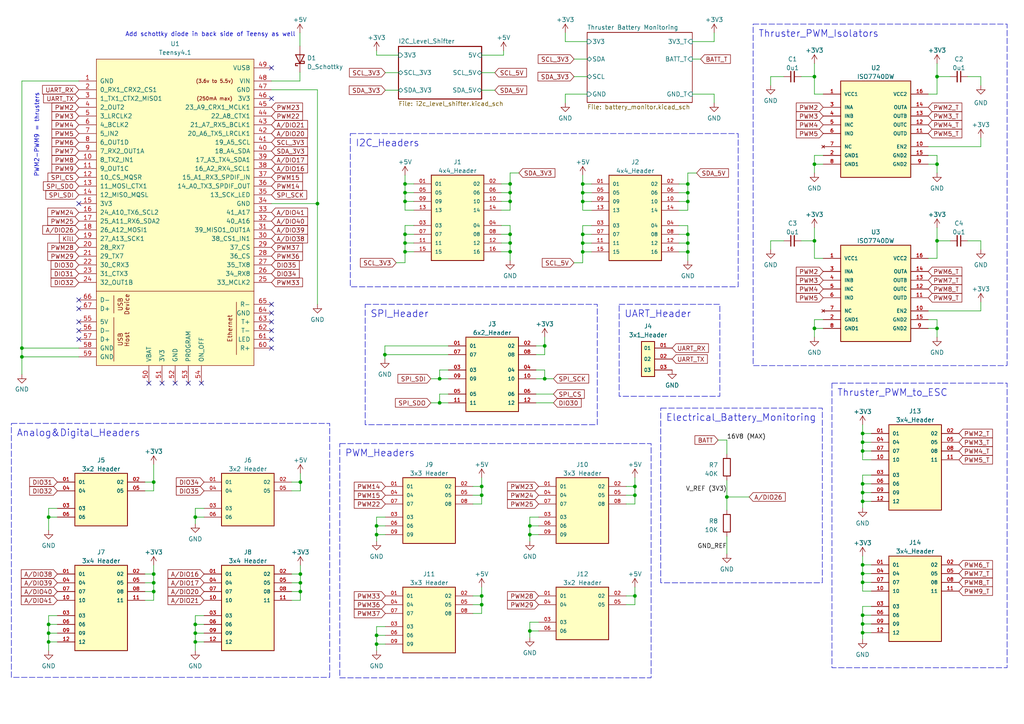
<source format=kicad_sch>
(kicad_sch (version 20230121) (generator eeschema)
  (paper "A4")
  (title_block (title "MuddSub Signal Board") (date "2023-02-25") (rev "1"))
  (junction (at 87.122 166.497))
  (junction (at 147.955 70.485))
  (junction (at 44.577 139.827))
  (junction (at 271.78 47.625))
  (junction (at 14.097 181.102))
  (junction (at 139.7 172.847))
  (junction (at 236.22 95.25))
  (junction (at 236.22 47.625))
  (junction (at 169.0116 70.5104))
  (junction (at 250.19 145.415))
  (junction (at 250.19 130.81))
  (junction (at 147.955 58.42))
  (junction (at 147.955 55.88))
  (junction (at 139.7 141.097))
  (junction (at 153.67 155.067))
  (junction (at 199.4916 55.9054))
  (junction (at 157.988 100.33))
  (junction (at 127.508 116.84))
  (junction (at 199.4916 67.9704))
  (junction (at 169.0116 53.3654))
  (junction (at 250.19 180.975))
  (junction (at 44.577 166.497))
  (junction (at 147.955 67.945))
  (junction (at 44.577 171.577))
  (junction (at 236.22 22.225))
  (junction (at 250.19 128.27))
  (junction (at 87.122 169.037))
  (junction (at 109.22 155.067))
  (junction (at 14.097 183.642))
  (junction (at 109.22 152.527))
  (junction (at 56.642 181.102))
  (junction (at 117.475 53.34))
  (junction (at 14.097 149.987))
  (junction (at 169.0116 67.9704))
  (junction (at 250.19 163.83))
  (junction (at 111.633 102.87))
  (junction (at 56.642 186.182))
  (junction (at 117.475 73.025))
  (junction (at 153.67 183.007))
  (junction (at 153.67 152.527))
  (junction (at 250.19 178.435))
  (junction (at 6.35 100.965))
  (junction (at 210.82 144.145))
  (junction (at 199.4916 70.5104))
  (junction (at 14.097 186.182))
  (junction (at 250.19 168.91))
  (junction (at 117.475 58.42))
  (junction (at 199.4916 53.3654))
  (junction (at 169.0116 58.4454))
  (junction (at 56.642 183.642))
  (junction (at 271.78 95.25))
  (junction (at 117.475 70.485))
  (junction (at 236.22 69.85))
  (junction (at 271.78 69.85))
  (junction (at 169.0116 73.0504))
  (junction (at 250.19 183.515))
  (junction (at 56.642 149.987))
  (junction (at 147.955 53.34))
  (junction (at 44.577 169.037))
  (junction (at 147.955 73.025))
  (junction (at 250.19 166.37))
  (junction (at 157.988 109.855))
  (junction (at 6.35 103.505))
  (junction (at 139.7 143.637))
  (junction (at 169.0116 55.9054))
  (junction (at 87.122 139.827))
  (junction (at 109.22 184.277))
  (junction (at 184.15 141.097))
  (junction (at 250.19 140.335))
  (junction (at 271.78 22.225))
  (junction (at 250.19 142.875))
  (junction (at 109.22 186.817))
  (junction (at 199.4916 73.0504))
  (junction (at 184.15 143.637))
  (junction (at 250.19 125.73))
  (junction (at 139.7 175.387))
  (junction (at 117.475 55.88))
  (junction (at 92.075 59.055))
  (junction (at 184.15 172.847))
  (junction (at 199.4916 58.4454))
  (junction (at 117.475 67.945))
  (junction (at 87.122 171.577))
  (junction (at 127.508 109.855))
  (no_connect (at 22.86 98.425))
  (no_connect (at 78.74 93.345))
  (no_connect (at 22.86 93.345))
  (no_connect (at 22.86 95.885))
  (no_connect (at 22.86 86.995))
  (no_connect (at 78.74 98.425))
  (no_connect (at 78.74 90.805))
  (no_connect (at 58.42 111.125))
  (no_connect (at 78.74 19.685))
  (no_connect (at 46.99 111.125))
  (no_connect (at 22.86 89.535))
  (no_connect (at 78.74 28.575))
  (no_connect (at 54.61 111.125))
  (no_connect (at 43.18 111.125))
  (no_connect (at 22.86 59.055))
  (no_connect (at 78.74 100.965))
  (no_connect (at 78.74 95.885))
  (no_connect (at 50.8 111.125))
  (no_connect (at 78.74 88.265))
  (wire (pts (xy 271.78 74.93) (xy 269.24 74.93)))
  (wire (pts (xy 163.957 29.845) (xy 163.957 27.305)))
  (wire (pts (xy 153.67 184.912) (xy 153.67 183.007)))
  (wire (pts (xy 59.182 186.182) (xy 56.642 186.182)))
  (wire (pts (xy 155.448 107.315) (xy 157.988 107.315)))
  (wire (pts (xy 250.19 166.37) (xy 250.19 168.91)))
  (wire (pts (xy 250.19 133.35) (xy 252.73 133.35)))
  (wire (pts (xy 147.955 55.88) (xy 147.955 53.34)))
  (wire (pts (xy 16.637 183.642) (xy 14.097 183.642)))
  (wire (pts (xy 127.508 109.855) (xy 130.048 109.855)))
  (wire (pts (xy 109.22 16.002) (xy 115.57 16.002)))
  (wire (pts (xy 111.633 104.14) (xy 111.633 102.87)))
  (wire (pts (xy 250.19 175.895) (xy 252.73 175.895)))
  (wire (pts (xy 147.955 73.025) (xy 145.415 73.025)))
  (wire (pts (xy 117.475 55.88) (xy 120.015 55.88)))
  (wire (pts (xy 169.0116 55.9054) (xy 169.0116 58.4454)))
  (wire (pts (xy 232.41 22.225) (xy 236.22 22.225)))
  (wire (pts (xy 280.67 69.85) (xy 284.48 69.85)))
  (wire (pts (xy 169.0116 58.4454) (xy 171.5516 58.4454)))
  (wire (pts (xy 223.52 69.85) (xy 223.52 72.39)))
  (wire (pts (xy 184.15 143.637) (xy 181.61 143.637)))
  (wire (pts (xy 284.48 42.545) (xy 269.24 42.545)))
  (wire (pts (xy 117.475 55.88) (xy 117.475 58.42)))
  (wire (pts (xy 169.0116 73.0504) (xy 171.5516 73.0504)))
  (wire (pts (xy 87.122 166.497) (xy 87.122 169.037)))
  (wire (pts (xy 250.19 130.81) (xy 250.19 133.35)))
  (wire (pts (xy 111.76 155.067) (xy 109.22 155.067)))
  (wire (pts (xy 6.35 23.495) (xy 22.86 23.495)))
  (wire (pts (xy 42.037 142.367) (xy 44.577 142.367)))
  (wire (pts (xy 6.35 103.505) (xy 6.35 100.965)))
  (wire (pts (xy 153.67 156.972) (xy 153.67 155.067)))
  (wire (pts (xy 275.59 69.85) (xy 271.78 69.85)))
  (wire (pts (xy 157.988 109.855) (xy 155.448 109.855)))
  (wire (pts (xy 78.74 59.055) (xy 92.075 59.055)))
  (wire (pts (xy 59.182 181.102) (xy 56.642 181.102)))
  (wire (pts (xy 109.22 14.732) (xy 109.22 16.002)))
  (wire (pts (xy 163.957 9.525) (xy 163.957 12.065)))
  (wire (pts (xy 199.4916 65.4304) (xy 199.4916 67.9704)))
  (wire (pts (xy 199.4916 70.5104) (xy 199.4916 73.0504)))
  (wire (pts (xy 238.76 47.625) (xy 236.22 47.625)))
  (wire (pts (xy 210.82 127.635) (xy 210.82 131.699)))
  (wire (pts (xy 169.0116 50.8254) (xy 169.0116 53.3654)))
  (wire (pts (xy 169.0116 53.3654) (xy 169.0116 55.9054)))
  (wire (pts (xy 16.637 181.102) (xy 14.097 181.102)))
  (wire (pts (xy 87.122 139.827) (xy 87.122 142.367)))
  (wire (pts (xy 6.35 100.965) (xy 22.86 100.965)))
  (wire (pts (xy 284.48 40.005) (xy 284.48 42.545)))
  (wire (pts (xy 169.0116 55.9054) (xy 171.5516 55.9054)))
  (wire (pts (xy 252.73 178.435) (xy 250.19 178.435)))
  (wire (pts (xy 139.7 141.097) (xy 139.7 143.637)))
  (wire (pts (xy 127.508 107.315) (xy 130.048 107.315)))
  (wire (pts (xy 207.137 9.525) (xy 207.137 12.065)))
  (wire (pts (xy 147.955 53.34) (xy 145.415 53.34)))
  (wire (pts (xy 16.637 147.447) (xy 14.097 147.447)))
  (wire (pts (xy 199.4916 67.9704) (xy 199.4916 70.5104)))
  (wire (pts (xy 111.76 149.987) (xy 109.22 149.987)))
  (wire (pts (xy 127.508 107.315) (xy 127.508 109.855)))
  (wire (pts (xy 78.74 23.495) (xy 86.995 23.495)))
  (wire (pts (xy 210.82 139.319) (xy 210.82 144.145)))
  (wire (pts (xy 169.0116 70.5104) (xy 171.5516 70.5104)))
  (wire (pts (xy 87.122 163.957) (xy 87.122 166.497)))
  (wire (pts (xy 250.19 147.32) (xy 250.19 145.415)))
  (wire (pts (xy 169.0116 70.5104) (xy 169.0116 73.0504)))
  (wire (pts (xy 44.577 171.577) (xy 44.577 174.117)))
  (wire (pts (xy 271.78 69.85) (xy 271.78 74.93)))
  (wire (pts (xy 250.19 137.795) (xy 252.73 137.795)))
  (wire (pts (xy 117.475 53.34) (xy 117.475 55.88)))
  (wire (pts (xy 250.19 166.37) (xy 252.73 166.37)))
  (wire (pts (xy 156.21 155.067) (xy 153.67 155.067)))
  (wire (pts (xy 109.22 155.067) (xy 109.22 152.527)))
  (wire (pts (xy 87.122 166.497) (xy 84.582 166.497)))
  (wire (pts (xy 184.15 175.387) (xy 181.61 175.387)))
  (wire (pts (xy 169.0116 60.9854) (xy 171.5516 60.9854)))
  (wire (pts (xy 117.475 76.2) (xy 117.475 73.025)))
  (wire (pts (xy 130.048 102.87) (xy 111.633 102.87)))
  (wire (pts (xy 271.78 92.71) (xy 271.78 95.25)))
  (wire (pts (xy 250.19 145.415) (xy 250.19 142.875)))
  (wire (pts (xy 250.19 128.27) (xy 252.73 128.27)))
  (wire (pts (xy 56.642 188.722) (xy 56.642 186.182)))
  (wire (pts (xy 236.22 18.415) (xy 236.22 22.225)))
  (wire (pts (xy 238.76 95.25) (xy 236.22 95.25)))
  (wire (pts (xy 92.075 26.035) (xy 92.075 59.055)))
  (wire (pts (xy 42.037 139.827) (xy 44.577 139.827)))
  (wire (pts (xy 87.122 169.037) (xy 87.122 171.577)))
  (wire (pts (xy 170.307 27.305) (xy 163.957 27.305)))
  (wire (pts (xy 236.22 45.085) (xy 236.22 47.625)))
  (wire (pts (xy 199.4916 50.1904) (xy 199.4916 53.3654)))
  (wire (pts (xy 147.955 60.96) (xy 147.955 58.42)))
  (wire (pts (xy 127.508 114.3) (xy 130.048 114.3)))
  (wire (pts (xy 139.7 175.387) (xy 139.7 177.927)))
  (wire (pts (xy 166.497 17.145) (xy 170.307 17.145)))
  (wire (pts (xy 147.955 65.405) (xy 147.955 67.945)))
  (wire (pts (xy 150.495 50.165) (xy 147.955 50.165)))
  (wire (pts (xy 155.448 114.3) (xy 160.528 114.3)))
  (wire (pts (xy 250.19 128.27) (xy 250.19 130.81)))
  (wire (pts (xy 111.76 184.277) (xy 109.22 184.277)))
  (wire (pts (xy 250.19 130.81) (xy 252.73 130.81)))
  (wire (pts (xy 227.33 22.225) (xy 223.52 22.225)))
  (wire (pts (xy 236.22 95.25) (xy 236.22 97.79)))
  (wire (pts (xy 87.122 174.117) (xy 84.582 174.117)))
  (wire (pts (xy 199.4916 65.4304) (xy 196.9516 65.4304)))
  (wire (pts (xy 59.182 147.447) (xy 56.642 147.447)))
  (wire (pts (xy 252.73 183.515) (xy 250.19 183.515)))
  (wire (pts (xy 156.21 152.527) (xy 153.67 152.527)))
  (wire (pts (xy 139.7 172.847) (xy 137.16 172.847)))
  (wire (pts (xy 14.097 178.562) (xy 14.097 181.102)))
  (wire (pts (xy 236.22 69.85) (xy 236.22 74.93)))
  (wire (pts (xy 210.82 144.145) (xy 210.82 147.955)))
  (wire (pts (xy 109.22 188.722) (xy 109.22 186.817)))
  (wire (pts (xy 199.4916 55.9054) (xy 196.9516 55.9054)))
  (wire (pts (xy 236.22 66.04) (xy 236.22 69.85)))
  (wire (pts (xy 284.48 87.63) (xy 284.48 90.17)))
  (wire (pts (xy 139.7 172.847) (xy 139.7 175.387)))
  (wire (pts (xy 117.475 73.025) (xy 120.015 73.025)))
  (wire (pts (xy 147.955 67.945) (xy 147.955 70.485)))
  (wire (pts (xy 111.76 21.082) (xy 115.57 21.082)))
  (wire (pts (xy 169.0116 53.3654) (xy 171.5516 53.3654)))
  (wire (pts (xy 269.24 47.625) (xy 271.78 47.625)))
  (wire (pts (xy 86.995 9.525) (xy 86.995 13.335)))
  (wire (pts (xy 44.577 142.367) (xy 44.577 139.827)))
  (wire (pts (xy 271.78 18.415) (xy 271.78 22.225)))
  (wire (pts (xy 109.22 156.972) (xy 109.22 155.067)))
  (wire (pts (xy 208.28 127.635) (xy 210.82 127.635)))
  (wire (pts (xy 139.7 143.637) (xy 137.16 143.637)))
  (wire (pts (xy 111.76 152.527) (xy 109.22 152.527)))
  (wire (pts (xy 199.4916 58.4454) (xy 196.9516 58.4454)))
  (wire (pts (xy 14.097 186.182) (xy 14.097 183.642)))
  (wire (pts (xy 143.51 26.162) (xy 139.7 26.162)))
  (wire (pts (xy 92.075 59.055) (xy 92.075 88.265)))
  (wire (pts (xy 44.577 174.117) (xy 42.037 174.117)))
  (wire (pts (xy 166.497 22.225) (xy 170.307 22.225)))
  (wire (pts (xy 169.0116 76.2254) (xy 169.0116 73.0504)))
  (wire (pts (xy 199.4916 70.5104) (xy 196.9516 70.5104)))
  (wire (pts (xy 14.097 188.722) (xy 14.097 186.182)))
  (wire (pts (xy 202.0316 50.1904) (xy 199.4916 50.1904)))
  (wire (pts (xy 157.988 102.87) (xy 155.448 102.87)))
  (wire (pts (xy 271.78 45.085) (xy 271.78 47.625)))
  (wire (pts (xy 111.633 102.87) (xy 111.633 100.33)))
  (wire (pts (xy 250.19 171.45) (xy 252.73 171.45)))
  (wire (pts (xy 124.968 109.855) (xy 127.508 109.855)))
  (wire (pts (xy 111.76 181.737) (xy 109.22 181.737)))
  (wire (pts (xy 14.097 183.642) (xy 14.097 181.102)))
  (wire (pts (xy 153.67 152.527) (xy 153.67 149.987)))
  (wire (pts (xy 199.4916 53.3654) (xy 196.9516 53.3654)))
  (wire (pts (xy 199.4916 60.9854) (xy 196.9516 60.9854)))
  (wire (pts (xy 87.122 171.577) (xy 87.122 174.117)))
  (wire (pts (xy 147.955 67.945) (xy 145.415 67.945)))
  (wire (pts (xy 269.24 92.71) (xy 271.78 92.71)))
  (wire (pts (xy 117.475 53.34) (xy 120.015 53.34)))
  (wire (pts (xy 147.955 65.405) (xy 145.415 65.405)))
  (wire (pts (xy 56.642 186.182) (xy 56.642 183.642)))
  (wire (pts (xy 184.15 146.177) (xy 181.61 146.177)))
  (wire (pts (xy 184.15 141.097) (xy 184.15 143.637)))
  (wire (pts (xy 44.577 169.037) (xy 44.577 171.577)))
  (wire (pts (xy 117.475 70.485) (xy 120.015 70.485)))
  (wire (pts (xy 236.22 74.93) (xy 238.76 74.93)))
  (wire (pts (xy 156.21 149.987) (xy 153.67 149.987)))
  (wire (pts (xy 56.642 151.892) (xy 56.642 149.987)))
  (wire (pts (xy 6.35 103.505) (xy 22.86 103.505)))
  (wire (pts (xy 114.935 76.2) (xy 117.475 76.2)))
  (wire (pts (xy 227.33 69.85) (xy 223.52 69.85)))
  (wire (pts (xy 184.15 172.847) (xy 181.61 172.847)))
  (wire (pts (xy 199.4916 58.4454) (xy 199.4916 55.9054)))
  (wire (pts (xy 250.19 168.91) (xy 250.19 171.45)))
  (wire (pts (xy 250.19 163.83) (xy 252.73 163.83)))
  (wire (pts (xy 44.577 171.577) (xy 42.037 171.577)))
  (wire (pts (xy 232.41 69.85) (xy 236.22 69.85)))
  (wire (pts (xy 147.955 50.165) (xy 147.955 53.34)))
  (wire (pts (xy 271.78 22.225) (xy 271.78 27.305)))
  (wire (pts (xy 199.4916 73.0504) (xy 196.9516 73.0504)))
  (wire (pts (xy 117.475 70.485) (xy 117.475 73.025)))
  (wire (pts (xy 236.22 27.305) (xy 238.76 27.305)))
  (wire (pts (xy 238.76 92.71) (xy 236.22 92.71)))
  (wire (pts (xy 200.787 17.145) (xy 203.2 17.145)))
  (wire (pts (xy 86.995 23.495) (xy 86.995 20.955)))
  (wire (pts (xy 117.475 65.405) (xy 120.015 65.405)))
  (wire (pts (xy 252.73 145.415) (xy 250.19 145.415)))
  (wire (pts (xy 87.122 171.577) (xy 84.582 171.577)))
  (wire (pts (xy 284.48 90.17) (xy 269.24 90.17)))
  (wire (pts (xy 199.4916 67.9704) (xy 196.9516 67.9704)))
  (wire (pts (xy 157.988 97.79) (xy 157.988 100.33)))
  (wire (pts (xy 78.74 26.035) (xy 92.075 26.035)))
  (wire (pts (xy 250.19 175.895) (xy 250.19 178.435)))
  (wire (pts (xy 236.22 92.71) (xy 236.22 95.25)))
  (wire (pts (xy 56.642 178.562) (xy 59.182 178.562)))
  (wire (pts (xy 117.475 58.42) (xy 117.475 60.96)))
  (wire (pts (xy 156.21 183.007) (xy 153.67 183.007)))
  (wire (pts (xy 117.475 60.96) (xy 120.015 60.96)))
  (wire (pts (xy 269.24 45.085) (xy 271.78 45.085)))
  (wire (pts (xy 250.19 183.515) (xy 250.19 180.975)))
  (wire (pts (xy 250.19 137.795) (xy 250.19 140.335)))
  (wire (pts (xy 147.955 70.485) (xy 147.955 73.025)))
  (wire (pts (xy 284.48 69.85) (xy 284.48 72.39)))
  (wire (pts (xy 117.475 67.945) (xy 117.475 70.485)))
  (wire (pts (xy 139.7 146.177) (xy 137.16 146.177)))
  (wire (pts (xy 44.577 166.497) (xy 42.037 166.497)))
  (wire (pts (xy 184.15 141.097) (xy 181.61 141.097)))
  (wire (pts (xy 44.577 166.497) (xy 44.577 169.037)))
  (wire (pts (xy 111.76 26.162) (xy 115.57 26.162)))
  (wire (pts (xy 275.59 22.225) (xy 271.78 22.225)))
  (wire (pts (xy 127.508 114.3) (xy 127.508 116.84)))
  (wire (pts (xy 157.988 109.855) (xy 160.528 109.855)))
  (wire (pts (xy 199.4916 60.9854) (xy 199.4916 58.4454)))
  (wire (pts (xy 163.957 12.065) (xy 170.307 12.065)))
  (wire (pts (xy 117.475 65.405) (xy 117.475 67.945)))
  (wire (pts (xy 236.22 47.625) (xy 236.22 50.165)))
  (wire (pts (xy 169.0116 67.9704) (xy 171.5516 67.9704)))
  (wire (pts (xy 250.19 168.91) (xy 252.73 168.91)))
  (wire (pts (xy 250.19 142.875) (xy 250.19 140.335)))
  (wire (pts (xy 157.988 107.315) (xy 157.988 109.855)))
  (wire (pts (xy 250.19 185.42) (xy 250.19 183.515)))
  (wire (pts (xy 147.955 60.96) (xy 145.415 60.96)))
  (wire (pts (xy 184.15 138.557) (xy 184.15 141.097)))
  (wire (pts (xy 250.19 123.19) (xy 250.19 125.73)))
  (wire (pts (xy 169.0116 65.4304) (xy 169.0116 67.9704)))
  (wire (pts (xy 207.137 12.065) (xy 200.787 12.065)))
  (wire (pts (xy 184.15 143.637) (xy 184.15 146.177)))
  (wire (pts (xy 44.577 163.957) (xy 44.577 166.497)))
  (wire (pts (xy 143.51 21.082) (xy 139.7 21.082)))
  (wire (pts (xy 250.19 125.73) (xy 252.73 125.73)))
  (wire (pts (xy 157.988 100.33) (xy 157.988 102.87)))
  (wire (pts (xy 56.642 149.987) (xy 56.642 147.447)))
  (wire (pts (xy 109.22 186.817) (xy 109.22 184.277)))
  (wire (pts (xy 139.7 141.097) (xy 137.16 141.097)))
  (wire (pts (xy 59.182 183.642) (xy 56.642 183.642)))
  (wire (pts (xy 147.955 58.42) (xy 147.955 55.88)))
  (wire (pts (xy 169.0116 67.9704) (xy 169.0116 70.5104)))
  (wire (pts (xy 117.475 67.945) (xy 120.015 67.945)))
  (wire (pts (xy 147.955 58.42) (xy 145.415 58.42)))
  (wire (pts (xy 210.82 155.575) (xy 210.82 160.655)))
  (wire (pts (xy 109.22 184.277) (xy 109.22 181.737)))
  (wire (pts (xy 16.637 186.182) (xy 14.097 186.182)))
  (wire (pts (xy 271.78 27.305) (xy 269.24 27.305)))
  (wire (pts (xy 184.15 170.307) (xy 184.15 172.847)))
  (wire (pts (xy 147.955 55.88) (xy 145.415 55.88)))
  (wire (pts (xy 269.24 95.25) (xy 271.78 95.25)))
  (wire (pts (xy 199.4916 75.5904) (xy 199.4916 73.0504)))
  (wire (pts (xy 127.508 116.84) (xy 130.048 116.84)))
  (wire (pts (xy 199.4916 55.9054) (xy 199.4916 53.3654)))
  (wire (pts (xy 250.19 180.975) (xy 250.19 178.435)))
  (wire (pts (xy 271.78 95.25) (xy 271.78 97.79)))
  (wire (pts (xy 87.122 169.037) (xy 84.582 169.037)))
  (wire (pts (xy 87.122 137.287) (xy 87.122 139.827)))
  (wire (pts (xy 200.787 27.305) (xy 207.137 27.305)))
  (wire (pts (xy 271.78 47.625) (xy 271.78 50.165)))
  (wire (pts (xy 250.19 161.29) (xy 250.19 163.83)))
  (wire (pts (xy 56.642 183.642) (xy 56.642 181.102)))
  (wire (pts (xy 139.7 138.557) (xy 139.7 141.097)))
  (wire (pts (xy 184.15 172.847) (xy 184.15 175.387)))
  (wire (pts (xy 238.76 45.085) (xy 236.22 45.085)))
  (wire (pts (xy 139.7 143.637) (xy 139.7 146.177)))
  (wire (pts (xy 157.988 100.33) (xy 155.448 100.33)))
  (wire (pts (xy 56.642 178.562) (xy 56.642 181.102)))
  (wire (pts (xy 14.097 149.987) (xy 14.097 153.797)))
  (wire (pts (xy 284.48 22.225) (xy 284.48 24.765)))
  (wire (pts (xy 14.097 149.987) (xy 16.637 149.987)))
  (wire (pts (xy 280.67 22.225) (xy 284.48 22.225)))
  (wire (pts (xy 6.35 100.965) (xy 6.35 23.495)))
  (wire (pts (xy 109.22 152.527) (xy 109.22 149.987)))
  (wire (pts (xy 250.19 125.73) (xy 250.19 128.27)))
  (wire (pts (xy 130.048 100.33) (xy 111.633 100.33)))
  (wire (pts (xy 139.7 16.002) (xy 146.05 16.002)))
  (wire (pts (xy 169.0116 65.4304) (xy 171.5516 65.4304)))
  (wire (pts (xy 124.968 116.84) (xy 127.508 116.84)))
  (wire (pts (xy 139.7 175.387) (xy 137.16 175.387)))
  (wire (pts (xy 14.097 147.447) (xy 14.097 149.987)))
  (wire (pts (xy 117.475 58.42) (xy 120.015 58.42)))
  (wire (pts (xy 166.4716 76.2254) (xy 169.0116 76.2254)))
  (wire (pts (xy 139.7 177.927) (xy 137.16 177.927)))
  (wire (pts (xy 87.122 139.827) (xy 84.582 139.827)))
  (wire (pts (xy 146.05 16.002) (xy 146.05 14.732)))
  (wire (pts (xy 271.78 66.04) (xy 271.78 69.85)))
  (wire (pts (xy 210.82 144.145) (xy 217.297 144.145)))
  (wire (pts (xy 156.21 180.467) (xy 153.67 180.467)))
  (wire (pts (xy 59.182 149.987) (xy 56.642 149.987)))
  (wire (pts (xy 250.19 163.83) (xy 250.19 166.37)))
  (wire (pts (xy 153.67 183.007) (xy 153.67 180.467)))
  (wire (pts (xy 87.122 142.367) (xy 84.582 142.367)))
  (wire (pts (xy 6.35 108.585) (xy 6.35 103.505)))
  (wire (pts (xy 207.137 29.845) (xy 207.137 27.305)))
  (wire (pts (xy 147.955 75.565) (xy 147.955 73.025)))
  (wire (pts (xy 111.76 186.817) (xy 109.22 186.817)))
  (wire (pts (xy 223.52 22.225) (xy 223.52 24.765)))
  (wire (pts (xy 236.22 22.225) (xy 236.22 27.305)))
  (wire (pts (xy 44.577 139.827) (xy 44.577 134.747)))
  (wire (pts (xy 155.448 116.84) (xy 160.528 116.84)))
  (wire (pts (xy 169.0116 58.4454) (xy 169.0116 60.9854)))
  (wire (pts (xy 147.955 70.485) (xy 145.415 70.485)))
  (wire (pts (xy 117.475 50.8) (xy 117.475 53.34)))
  (wire (pts (xy 14.097 178.562) (xy 16.637 178.562)))
  (wire (pts (xy 153.67 155.067) (xy 153.67 152.527)))
  (wire (pts (xy 252.73 180.975) (xy 250.19 180.975)))
  (wire (pts (xy 44.577 169.037) (xy 42.037 169.037)))
  (wire (pts (xy 139.7 170.307) (xy 139.7 172.847)))
  (wire (pts (xy 252.73 142.875) (xy 250.19 142.875)))
  (wire (pts (xy 252.73 140.335) (xy 250.19 140.335)))
  (text_box "UART_Header" (at 179.578 88.265 0) (size 29.21 26.67) (stroke (width 0) (type dash)) (effects (font (size 2 2)) (justify left top)))
  (text_box "Thruster_PWM_to_ESC" (at 241.3 111.125 0) (size 50.8 82.55) (stroke (width 0) (type dash)) (effects (font (size 2 2)) (justify left top)))
  (text_box "PWM_Headers" (at 98.552 128.651 0) (size 90.297 67.945) (stroke (width 0) (type dash)) (effects (font (size 2 2)) (justify left top)))
  (text_box "Thruster_PWM_Isolators" (at 218.44 6.985 0) (size 73.66 99.06) (stroke (width 0) (type dash)) (effects (font (size 2 2)) (justify left top)))
  (text_box "Electrical_Battery_Monitoring\n" (at 191.643 118.364 0) (size 46.863 50.673) (stroke (width 0) (type dash)) (effects (font (size 2 2)) (justify left top)))
  (text_box "Analog&Digital_Headers" (at 3.302 122.809 0) (size 92.329 73.66) (stroke (width 0) (type dash)) (effects (font (size 2 2)) (justify left top)))
  (text_box "SPI_Header" (at 105.918 88.265 0) (size 67.31 34.925) (stroke (width 0) (type dash)) (effects (font (size 2 2)) (justify left top)))
  (text_box "I2C_Headers" (at 101.6 38.735 0) (size 112.4966 44.45) (stroke (width 0) (type dash)) (effects (font (size 2 2)) (justify left top)))
  (text "Add schottky diode in back side of Teensy as well" (at 85.725 10.795 0) (effects (font (size 1.27 1.27)) (justify right bottom)))
  (text "PWM2-PWM9 = thrusters\n" (at 11.43 51.435 90) (effects (font (size 1.27 1.27)) (justify left bottom)))
  (label "GND_REF" (at 210.82 159.385 180))
  (label "V_REF (3V3)" (at 210.82 142.748 180))
  (label "16V8 (MAX)" (at 210.82 127.635 0))
  (global_label "A{slash}DIO26" (shape input) (at 217.297 144.145 0) (property "Intersheetrefs" "${INTERSHEET_REFS}" (effects hide)))
  (global_label "PWM7_T" (shape input) (at 269.24 81.28 0) (property "Intersheetrefs" "${INTERSHEET_REFS}" (effects hide)))
  (global_label "PWM2" (shape input) (at 22.86 31.115 180) (property "Intersheetrefs" "${INTERSHEET_REFS}" (effects hide)))
  (global_label "PWM22" (shape input) (at 111.76 146.177 180) (property "Intersheetrefs" "${INTERSHEET_REFS}" (effects hide)))
  (global_label "A{slash}DIO39" (shape input) (at 78.74 66.675 0) (property "Intersheetrefs" "${INTERSHEET_REFS}" (effects hide)))
  (global_label "DIO31" (shape input) (at 22.86 79.375 180) (property "Intersheetrefs" "${INTERSHEET_REFS}" (effects hide)))
  (global_label "PWM7" (shape input) (at 22.86 43.815 180) (property "Intersheetrefs" "${INTERSHEET_REFS}" (effects hide)))
  (global_label "SCL_5V" (shape input) (at 166.4716 76.2254 180) (property "Intersheetrefs" "${INTERSHEET_REFS}" (effects hide)))
  (global_label "SPI_SDI" (shape input) (at 124.968 109.855 180) (property "Intersheetrefs" "${INTERSHEET_REFS}" (effects hide)))
  (global_label "A{slash}DIO21" (shape input) (at 78.74 36.195 0) (property "Intersheetrefs" "${INTERSHEET_REFS}" (effects hide)))
  (global_label "SPI_SDI" (shape input) (at 22.86 56.515 180) (property "Intersheetrefs" "${INTERSHEET_REFS}" (effects hide)))
  (global_label "Kill" (shape input) (at 22.86 69.215 180) (property "Intersheetrefs" "${INTERSHEET_REFS}" (effects hide)))
  (global_label "A{slash}DIO20" (shape input) (at 78.74 38.735 0) (property "Intersheetrefs" "${INTERSHEET_REFS}" (effects hide)))
  (global_label "A{slash}DIO17" (shape input) (at 59.182 169.037 180) (property "Intersheetrefs" "${INTERSHEET_REFS}" (effects hide)))
  (global_label "PWM33" (shape input) (at 111.76 172.847 180) (property "Intersheetrefs" "${INTERSHEET_REFS}" (effects hide)))
  (global_label "PWM5" (shape input) (at 238.76 86.36 180) (property "Intersheetrefs" "${INTERSHEET_REFS}" (effects hide)))
  (global_label "SDA_3V3" (shape input) (at 111.76 26.162 180) (property "Intersheetrefs" "${INTERSHEET_REFS}" (effects hide)))
  (global_label "A{slash}DIO41" (shape input) (at 16.637 174.117 180) (property "Intersheetrefs" "${INTERSHEET_REFS}" (effects hide)))
  (global_label "PWM29" (shape input) (at 156.21 175.387 180) (property "Intersheetrefs" "${INTERSHEET_REFS}" (effects hide)))
  (global_label "UART_RX" (shape input) (at 22.86 26.035 180) (property "Intersheetrefs" "${INTERSHEET_REFS}" (effects hide)))
  (global_label "PWM14" (shape input) (at 111.76 141.097 180) (property "Intersheetrefs" "${INTERSHEET_REFS}" (effects hide)))
  (global_label "SDA_3V3" (shape input) (at 150.495 50.165 0) (property "Intersheetrefs" "${INTERSHEET_REFS}" (effects hide)))
  (global_label "SCL_3V3" (shape input) (at 114.935 76.2 180) (property "Intersheetrefs" "${INTERSHEET_REFS}" (effects hide)))
  (global_label "PWM4_T" (shape input) (at 278.13 130.81 0) (property "Intersheetrefs" "${INTERSHEET_REFS}" (effects hide)))
  (global_label "PWM23" (shape input) (at 156.21 141.097 180) (property "Intersheetrefs" "${INTERSHEET_REFS}" (effects hide)))
  (global_label "PWM36" (shape input) (at 111.76 175.387 180) (property "Intersheetrefs" "${INTERSHEET_REFS}" (effects hide)))
  (global_label "A{slash}DIO17" (shape input) (at 78.74 46.355 0) (property "Intersheetrefs" "${INTERSHEET_REFS}" (effects hide)))
  (global_label "PWM9" (shape input) (at 22.86 48.895 180) (property "Intersheetrefs" "${INTERSHEET_REFS}" (effects hide)))
  (global_label "A{slash}DIO41" (shape input) (at 78.74 61.595 0) (property "Intersheetrefs" "${INTERSHEET_REFS}" (effects hide)))
  (global_label "SPI_SDO" (shape input) (at 22.86 53.975 180) (property "Intersheetrefs" "${INTERSHEET_REFS}" (effects hide)))
  (global_label "PWM6" (shape input) (at 22.86 41.275 180) (property "Intersheetrefs" "${INTERSHEET_REFS}" (effects hide)))
  (global_label "A{slash}DIO20" (shape input) (at 59.182 171.577 180) (property "Intersheetrefs" "${INTERSHEET_REFS}" (effects hide)))
  (global_label "PWM28" (shape input) (at 22.86 71.755 180) (property "Intersheetrefs" "${INTERSHEET_REFS}" (effects hide)))
  (global_label "SCL_3V3" (shape input) (at 111.76 21.082 180) (property "Intersheetrefs" "${INTERSHEET_REFS}" (effects hide)))
  (global_label "A{slash}DIO26" (shape input) (at 22.86 66.675 180) (property "Intersheetrefs" "${INTERSHEET_REFS}" (effects hide)))
  (global_label "A{slash}DIO40" (shape input) (at 78.74 64.135 0) (property "Intersheetrefs" "${INTERSHEET_REFS}" (effects hide)))
  (global_label "PWM14" (shape input) (at 78.74 53.975 0) (property "Intersheetrefs" "${INTERSHEET_REFS}" (effects hide)))
  (global_label "PWM25" (shape input) (at 22.86 64.135 180) (property "Intersheetrefs" "${INTERSHEET_REFS}" (effects hide)))
  (global_label "SPI_SCK" (shape input) (at 78.74 56.515 0) (property "Intersheetrefs" "${INTERSHEET_REFS}" (effects hide)))
  (global_label "PWM2" (shape input) (at 238.76 31.115 180) (property "Intersheetrefs" "${INTERSHEET_REFS}" (effects hide)))
  (global_label "A{slash}DIO39" (shape input) (at 16.637 169.037 180) (property "Intersheetrefs" "${INTERSHEET_REFS}" (effects hide)))
  (global_label "PWM6_T" (shape input) (at 269.24 78.74 0) (property "Intersheetrefs" "${INTERSHEET_REFS}" (effects hide)))
  (global_label "PWM29" (shape input) (at 22.86 74.295 180) (property "Intersheetrefs" "${INTERSHEET_REFS}" (effects hide)))
  (global_label "BATT" (shape input) (at 208.28 127.635 180) (property "Intersheetrefs" "${INTERSHEET_REFS}" (effects hide)))
  (global_label "PWM9_T" (shape input) (at 269.24 86.36 0) (property "Intersheetrefs" "${INTERSHEET_REFS}" (effects hide)))
  (global_label "SCL_5V" (shape input) (at 143.51 21.082 0) (property "Intersheetrefs" "${INTERSHEET_REFS}" (effects hide)))
  (global_label "A{slash}DIO16" (shape input) (at 78.74 48.895 0) (property "Intersheetrefs" "${INTERSHEET_REFS}" (effects hide)))
  (global_label "PWM15" (shape input) (at 111.76 143.637 180) (property "Intersheetrefs" "${INTERSHEET_REFS}" (effects hide)))
  (global_label "PWM8" (shape input) (at 22.86 46.355 180) (property "Intersheetrefs" "${INTERSHEET_REFS}" (effects hide)))
  (global_label "DIO32" (shape input) (at 22.86 81.915 180) (property "Intersheetrefs" "${INTERSHEET_REFS}" (effects hide)))
  (global_label "DIO35" (shape input) (at 78.74 76.835 0) (property "Intersheetrefs" "${INTERSHEET_REFS}" (effects hide)))
  (global_label "PWM15" (shape input) (at 78.74 51.435 0) (property "Intersheetrefs" "${INTERSHEET_REFS}" (effects hide)))
  (global_label "A{slash}DIO38" (shape input) (at 16.637 166.497 180) (property "Intersheetrefs" "${INTERSHEET_REFS}" (effects hide)))
  (global_label "PWM37" (shape input) (at 111.76 177.927 180) (property "Intersheetrefs" "${INTERSHEET_REFS}" (effects hide)))
  (global_label "PWM3" (shape input) (at 22.86 33.655 180) (property "Intersheetrefs" "${INTERSHEET_REFS}" (effects hide)))
  (global_label "SDA_3V3" (shape input) (at 78.74 43.815 0) (property "Intersheetrefs" "${INTERSHEET_REFS}" (effects hide)))
  (global_label "PWM4_T" (shape input) (at 269.24 36.195 0) (property "Intersheetrefs" "${INTERSHEET_REFS}" (effects hide)))
  (global_label "PWM22" (shape input) (at 78.74 33.655 0) (property "Intersheetrefs" "${INTERSHEET_REFS}" (effects hide)))
  (global_label "SDA_5V" (shape input) (at 143.51 26.162 0) (property "Intersheetrefs" "${INTERSHEET_REFS}" (effects hide)))
  (global_label "DIO32" (shape input) (at 16.637 142.367 180) (property "Intersheetrefs" "${INTERSHEET_REFS}" (effects hide)))
  (global_label "DIO35" (shape input) (at 59.182 142.367 180) (property "Intersheetrefs" "${INTERSHEET_REFS}" (effects hide)))
  (global_label "PWM4" (shape input) (at 238.76 36.195 180) (property "Intersheetrefs" "${INTERSHEET_REFS}" (effects hide)))
  (global_label "SPI_CS" (shape input) (at 160.528 114.3 0) (property "Intersheetrefs" "${INTERSHEET_REFS}" (effects hide)))
  (global_label "A{slash}DIO38" (shape input) (at 78.74 69.215 0) (property "Intersheetrefs" "${INTERSHEET_REFS}" (effects hide)))
  (global_label "PWM7_T" (shape input) (at 278.13 166.37 0) (property "Intersheetrefs" "${INTERSHEET_REFS}" (effects hide)))
  (global_label "A{slash}DIO16" (shape input) (at 59.182 166.497 180) (property "Intersheetrefs" "${INTERSHEET_REFS}" (effects hide)))
  (global_label "PWM4" (shape input) (at 238.76 83.82 180) (property "Intersheetrefs" "${INTERSHEET_REFS}" (effects hide)))
  (global_label "SCL_3V3" (shape input) (at 78.74 41.275 0) (property "Intersheetrefs" "${INTERSHEET_REFS}" (effects hide)))
  (global_label "PWM8_T" (shape input) (at 269.24 83.82 0) (property "Intersheetrefs" "${INTERSHEET_REFS}" (effects hide)))
  (global_label "PWM3_T" (shape input) (at 269.24 33.655 0) (property "Intersheetrefs" "${INTERSHEET_REFS}" (effects hide)))
  (global_label "UART_TX" (shape input) (at 22.86 28.575 180) (property "Intersheetrefs" "${INTERSHEET_REFS}" (effects hide)))
  (global_label "PWM4" (shape input) (at 22.86 36.195 180) (property "Intersheetrefs" "${INTERSHEET_REFS}" (effects hide)))
  (global_label "SDA_3V3" (shape input) (at 166.497 22.225 180) (property "Intersheetrefs" "${INTERSHEET_REFS}" (effects hide)))
  (global_label "PWM33" (shape input) (at 78.74 81.915 0) (property "Intersheetrefs" "${INTERSHEET_REFS}" (effects hide)))
  (global_label "PWM24" (shape input) (at 156.21 143.637 180) (property "Intersheetrefs" "${INTERSHEET_REFS}" (effects hide)))
  (global_label "SPI_SDO" (shape input) (at 124.968 116.84 180) (property "Intersheetrefs" "${INTERSHEET_REFS}" (effects hide)))
  (global_label "PWM5_T" (shape input) (at 269.24 38.735 0) (property "Intersheetrefs" "${INTERSHEET_REFS}" (effects hide)))
  (global_label "SDA_5V" (shape input) (at 202.0316 50.1904 0) (property "Intersheetrefs" "${INTERSHEET_REFS}" (effects hide)))
  (global_label "PWM37" (shape input) (at 78.74 71.755 0) (property "Intersheetrefs" "${INTERSHEET_REFS}" (effects hide)))
  (global_label "UART_TX" (shape input) (at 194.945 104.14 0) (property "Intersheetrefs" "${INTERSHEET_REFS}" (effects hide)))
  (global_label "PWM8_T" (shape input) (at 278.13 168.91 0) (property "Intersheetrefs" "${INTERSHEET_REFS}" (effects hide)))
  (global_label "BATT_T" (shape input) (at 203.2 17.145 0) (property "Intersheetrefs" "${INTERSHEET_REFS}" (effects hide)))
  (global_label "PWM5_T" (shape input) (at 278.13 133.35 0) (property "Intersheetrefs" "${INTERSHEET_REFS}" (effects hide)))
  (global_label "DIO31" (shape input) (at 16.637 139.827 180) (property "Intersheetrefs" "${INTERSHEET_REFS}" (effects hide)))
  (global_label "DIO34" (shape input) (at 78.74 79.375 0) (property "Intersheetrefs" "${INTERSHEET_REFS}" (effects hide)))
  (global_label "A{slash}DIO40" (shape input) (at 16.637 171.577 180) (property "Intersheetrefs" "${INTERSHEET_REFS}" (effects hide)))
  (global_label "PWM24" (shape input) (at 22.86 61.595 180) (property "Intersheetrefs" "${INTERSHEET_REFS}" (effects hide)))
  (global_label "PWM23" (shape input) (at 78.74 31.115 0) (property "Intersheetrefs" "${INTERSHEET_REFS}" (effects hide)))
  (global_label "PWM5" (shape input) (at 238.76 38.735 180) (property "Intersheetrefs" "${INTERSHEET_REFS}" (effects hide)))
  (global_label "PWM25" (shape input) (at 156.21 146.177 180) (property "Intersheetrefs" "${INTERSHEET_REFS}" (effects hide)))
  (global_label "SPI_CS" (shape input) (at 22.86 51.435 180) (property "Intersheetrefs" "${INTERSHEET_REFS}" (effects hide)))
  (global_label "PWM36" (shape input) (at 78.74 74.295 0) (property "Intersheetrefs" "${INTERSHEET_REFS}" (effects hide)))
  (global_label "UART_RX" (shape input) (at 194.945 100.965 0) (property "Intersheetrefs" "${INTERSHEET_REFS}" (effects hide)))
  (global_label "PWM3" (shape input) (at 238.76 81.28 180) (property "Intersheetrefs" "${INTERSHEET_REFS}" (effects hide)))
  (global_label "SPI_SCK" (shape input) (at 160.528 109.855 0) (property "Intersheetrefs" "${INTERSHEET_REFS}" (effects hide)))
  (global_label "PWM6_T" (shape input) (at 278.13 163.83 0) (property "Intersheetrefs" "${INTERSHEET_REFS}" (effects hide)))
  (global_label "PWM5" (shape input) (at 22.86 38.735 180) (property "Intersheetrefs" "${INTERSHEET_REFS}" (effects hide)))
  (global_label "DIO30" (shape input) (at 160.528 116.84 0) (property "Intersheetrefs" "${INTERSHEET_REFS}" (effects hide)))
  (global_label "PWM9_T" (shape input) (at 278.13 171.45 0) (property "Intersheetrefs" "${INTERSHEET_REFS}" (effects hide)))
  (global_label "PWM3" (shape input) (at 238.76 33.655 180) (property "Intersheetrefs" "${INTERSHEET_REFS}" (effects hide)))
  (global_label "DIO30" (shape input) (at 22.86 76.835 180) (property "Intersheetrefs" "${INTERSHEET_REFS}" (effects hide)))
  (global_label "A{slash}DIO21" (shape input) (at 59.182 174.117 180) (property "Intersheetrefs" "${INTERSHEET_REFS}" (effects hide)))
  (global_label "PWM2_T" (shape input) (at 278.13 125.73 0) (property "Intersheetrefs" "${INTERSHEET_REFS}" (effects hide)))
  (global_label "PWM28" (shape input) (at 156.21 172.847 180) (property "Intersheetrefs" "${INTERSHEET_REFS}" (effects hide)))
  (global_label "DIO34" (shape input) (at 59.182 139.827 180) (property "Intersheetrefs" "${INTERSHEET_REFS}" (effects hide)))
  (global_label "PWM3_T" (shape input) (at 278.13 128.27 0) (property "Intersheetrefs" "${INTERSHEET_REFS}" (effects hide)))
  (global_label "PWM2_T" (shape input) (at 269.24 31.115 0) (property "Intersheetrefs" "${INTERSHEET_REFS}" (effects hide)))
  (global_label "PWM2" (shape input) (at 238.76 78.74 180) (property "Intersheetrefs" "${INTERSHEET_REFS}" (effects hide)))
  (global_label "SCL_3V3" (shape input) (at 166.497 17.145 180) (property "Intersheetrefs" "${INTERSHEET_REFS}" (effects hide)))
  (symbol (lib_id "Crush_MainBoard_Symbols:4x4_Header") (at 132.715 63.5 0) (unit 1)
    (property "Reference" "J1" (at 132.715 46.99 0))
    (property "Value" "4x4_Header" (at 132.715 49.53 0))
    (property "Footprint" "Crush_Mainboard_Footprints:4x4_Header" (effects hide))
  )
  (symbol (lib_id "power:GND") (at 14.097 153.797 0) (mirror y) (unit 1)
    (property "Reference" "#PWR029" (effects hide))
    (property "Value" "GND" (at 14.097 158.242 0))
  )
  (symbol (lib_id "power:+5V") (at 86.995 9.525 0) (unit 1)
    (property "Reference" "#PWR04" (effects hide))
    (property "Value" "+5V" (at 86.995 5.715 0))
  )
  (symbol (lib_id "power:GND") (at 14.097 188.722 0) (mirror y) (unit 1)
    (property "Reference" "#PWR034" (effects hide))
    (property "Value" "GND" (at 14.097 193.167 0))
  )
  (symbol (lib_id "power:+5V") (at 117.475 50.8 0) (unit 1)
    (property "Reference" "#PWR035" (effects hide))
    (property "Value" "+3V3" (at 117.475 46.99 0))
  )
  (symbol (lib_id "power:GND") (at 56.642 188.722 0) (mirror y) (unit 1)
    (property "Reference" "#PWR050" (effects hide))
    (property "Value" "GND" (at 56.642 193.167 0))
  )
  (symbol (lib_id "power:+5V") (at 87.122 137.287 0) (mirror y) (unit 1)
    (property "Reference" "#PWR031" (effects hide))
    (property "Value" "+5V" (at 87.122 133.477 0))
  )
  (symbol (lib_id "power:GND") (at 236.22 97.79 0) (unit 1)
    (property "Reference" "#PWR016" (effects hide))
    (property "Value" "GND" (at 236.22 102.235 0))
  )
  (symbol (lib_id "power:+3V3") (at 207.137 9.525 0) (mirror y) (unit 1)
    (property "Reference" "#PWR047" (effects hide))
    (property "Value" "+3V3_T" (at 207.137 5.715 0))
  )
  (symbol (lib_id "power:GND") (at 111.633 104.14 0) (mirror y) (unit 1)
    (property "Reference" "#PWR045" (effects hide))
    (property "Value" "GND" (at 111.633 108.585 0))
  )
  (symbol (lib_id "power:GND") (at 250.19 147.32 0) (mirror y) (unit 1)
    (property "Reference" "#PWR040" (effects hide))
    (property "Value" "GND_T" (at 250.19 151.765 0))
  )
  (symbol (lib_id "Device:R") (at 210.82 151.765 0) (mirror y) (unit 1)
    (property "Reference" "R8" (at 208.28 151.13 0) (effects (justify left)))
    (property "Value" "10K" (at 208.28 153.67 0) (effects (justify left)))
  )
  (symbol (lib_id "power:+3V3") (at 284.48 40.005 0) (mirror y) (unit 1)
    (property "Reference" "#PWR013" (effects hide))
    (property "Value" "+3V3_T" (at 284.48 36.195 0))
  )
  (symbol (lib_id "Crush_MainBoard_Symbols:3x4_Header") (at 265.43 173.99 0) (unit 1)
    (property "Reference" "J14" (at 265.43 157.353 0))
    (property "Value" "3x4_Header" (at 265.43 159.893 0))
    (property "Footprint" "Crush_Mainboard_Footprints:3x4_Header" (effects hide))
  )
  (symbol (lib_id "Device:C_Small") (at 229.87 22.225 90) (unit 1)
    (property "Reference" "C1" (at 229.87 17.145 90))
    (property "Value" "0u1" (at 229.87 19.685 90))
    (property "Footprint" "Capacitor_SMD:C_0402_1005Metric" (effects hide))
  )
  (symbol (lib_id "power:GND") (at 271.78 50.165 0) (mirror y) (unit 1)
    (property "Reference" "#PWR011" (effects hide))
    (property "Value" "GND_T" (at 271.78 54.61 0))
  )
  (symbol (lib_id "power:+3V3") (at 271.78 66.04 0) (mirror y) (unit 1)
    (property "Reference" "#PWR017" (effects hide))
    (property "Value" "+3V3_T" (at 271.78 62.23 0))
  )
  (symbol (lib_id "power:+3V3") (at 87.122 163.957 0) (unit 1)
    (property "Reference" "#PWR051" (effects hide))
    (property "Value" "+3V3" (at 87.122 160.147 0))
  )
  (symbol (lib_id "Crush_MainBoard_Symbols:Teensy4.1") (at 50.8 78.105 0) (unit 1)
    (property "Reference" "U1" (at 50.8 12.7 0))
    (property "Value" "Teensy4.1" (at 50.8 15.24 0))
    (property "Footprint" "Crush_Mainboard_Footprints:Teensy41" (effects hide))
  )
  (symbol (lib_id "power:GND") (at 284.48 72.39 0) (mirror y) (unit 1)
    (property "Reference" "#PWR019" (effects hide))
    (property "Value" "GND_T" (at 284.48 76.835 0))
  )
  (symbol (lib_id "power:+3V3") (at 109.22 14.732 0) (unit 1)
    (property "Reference" "#PWR05" (effects hide))
    (property "Value" "+3V3" (at 109.22 10.922 0))
  )
  (symbol (lib_id "Device:C_Small") (at 278.13 22.225 270) (mirror x) (unit 1)
    (property "Reference" "C2" (at 278.13 17.145 90))
    (property "Value" "0u1" (at 278.13 19.685 90))
    (property "Footprint" "Capacitor_SMD:C_0402_1005Metric" (effects hide))
  )
  (symbol (lib_id "power:GND") (at 236.22 50.165 0) (unit 1)
    (property "Reference" "#PWR012" (effects hide))
    (property "Value" "GND" (at 236.22 54.61 0))
  )
  (symbol (lib_id "power:+3V3") (at 236.22 66.04 0) (unit 1)
    (property "Reference" "#PWR015" (effects hide))
    (property "Value" "+3V3" (at 236.22 62.23 0))
  )
  (symbol (lib_id "Crush_MainBoard_Symbols:3x2_Header") (at 71.882 144.907 0) (unit 1)
    (property "Reference" "J6" (at 71.882 133.477 0))
    (property "Value" "3x2 Header" (at 71.882 136.017 0))
    (property "Footprint" "Crush_Mainboard_Footprints:3x2_Header" (effects hide))
  )
  (symbol (lib_id "Crush_MainBoard_Symbols:ISO7740DW") (at 254 85.09 0) (unit 1)
    (property "Reference" "U3" (at 254 67.31 0))
    (property "Value" "ISO7740DW" (at 254 69.85 0))
    (property "Footprint" "SOIC127P1030X265-16N" (effects hide))
  )
  (symbol (lib_id "Crush_MainBoard_Symbols:3x3_Header") (at 124.46 179.832 0) (unit 1)
    (property "Reference" "J11" (at 124.46 166.497 0))
    (property "Value" "3x3 Header" (at 124.46 169.037 0))
    (property "Footprint" "Crush_Mainboard_Footprints:3x3_Header" (effects hide))
  )
  (symbol (lib_id "power:GND") (at 223.52 72.39 0) (unit 1)
    (property "Reference" "#PWR014" (effects hide))
    (property "Value" "GND" (at 223.52 76.835 0))
  )
  (symbol (lib_id "power:GND") (at 109.22 188.722 0) (mirror y) (unit 1)
    (property "Reference" "#PWR026" (effects hide))
    (property "Value" "GND" (at 109.22 193.167 0))
  )
  (symbol (lib_id "power:+3V3") (at 250.19 123.19 0) (mirror y) (unit 1)
    (property "Reference" "#PWR039" (effects hide))
    (property "Value" "+3V3_T" (at 250.19 119.38 0))
  )
  (symbol (lib_id "power:+3V3") (at 163.957 9.525 0) (unit 1)
    (property "Reference" "#PWR03" (effects hide))
    (property "Value" "+3V3" (at 163.957 5.715 0))
  )
  (symbol (lib_id "power:GND") (at 109.22 156.972 0) (mirror y) (unit 1)
    (property "Reference" "#PWR021" (effects hide))
    (property "Value" "GND" (at 109.22 161.417 0))
  )
  (symbol (lib_id "Crush_MainBoard_Symbols:3x4_Header") (at 265.43 135.89 0) (unit 1)
    (property "Reference" "J13" (at 265.43 119.253 0))
    (property "Value" "3x4_Header" (at 265.43 121.793 0))
    (property "Footprint" "Crush_Mainboard_Footprints:3x4_Header" (effects hide))
  )
  (symbol (lib_id "power:GND") (at 194.945 107.315 0) (unit 1)
    (property "Reference" "#PWR043" (effects hide))
    (property "Value" "GND" (at 194.945 111.76 0))
  )
  (symbol (lib_id "power:GND") (at 163.957 29.845 0) (mirror y) (unit 1)
    (property "Reference" "#PWR046" (effects hide))
    (property "Value" "GND" (at 163.957 34.29 0))
  )
  (symbol (lib_id "power:GND") (at 271.78 97.79 0) (mirror y) (unit 1)
    (property "Reference" "#PWR018" (effects hide))
    (property "Value" "GND_T" (at 271.78 102.235 0))
  )
  (symbol (lib_id "power:+5V") (at 139.7 170.307 0) (mirror y) (unit 1)
    (property "Reference" "#PWR024" (effects hide))
    (property "Value" "+5V" (at 139.7 166.497 0))
  )
  (symbol (lib_id "power:+3V3") (at 236.22 18.415 0) (unit 1)
    (property "Reference" "#PWR07" (effects hide))
    (property "Value" "+3V3" (at 236.22 14.605 0))
  )
  (symbol (lib_id "Device:C_Small") (at 278.13 69.85 270) (mirror x) (unit 1)
    (property "Reference" "C4" (at 278.13 64.77 90))
    (property "Value" "0u1" (at 278.13 67.31 90))
    (property "Footprint" "Capacitor_SMD:C_0402_1005Metric" (effects hide))
  )
  (symbol (lib_id "Crush_MainBoard_Symbols:3x3_Header") (at 124.46 148.082 0) (unit 1)
    (property "Reference" "J9" (at 124.46 134.747 0))
    (property "Value" "3x3 Header" (at 124.46 137.287 0))
    (property "Footprint" "Crush_Mainboard_Footprints:3x3_Header" (effects hide))
  )
  (symbol (lib_id "power:GND") (at 199.4916 75.5904 0) (unit 1)
    (property "Reference" "#PWR038" (effects hide))
    (property "Value" "GND" (at 199.4916 80.0354 0))
  )
  (symbol (lib_id "power:+5V") (at 139.7 138.557 0) (mirror y) (unit 1)
    (property "Reference" "#PWR022" (effects hide))
    (property "Value" "+5V" (at 139.7 134.747 0))
  )
  (symbol (lib_id "Crush_MainBoard_Symbols:4x4_Header") (at 184.2516 63.5254 0) (unit 1)
    (property "Reference" "J2" (at 184.2516 47.0154 0))
    (property "Value" "4x4_Header" (at 184.2516 49.5554 0))
    (property "Footprint" "Crush_Mainboard_Footprints:4x4_Header" (effects hide))
  )
  (symbol (lib_id "Crush_MainBoard_Symbols:3x3_Header") (at 168.91 148.082 0) (unit 1)
    (property "Reference" "J10" (at 168.91 134.747 0))
    (property "Value" "3x3 Header" (at 168.91 137.287 0))
    (property "Footprint" "Crush_Mainboard_Footprints:3x3_Header" (effects hide))
  )
  (symbol (lib_id "power:GND") (at 223.52 24.765 0) (unit 1)
    (property "Reference" "#PWR09" (effects hide))
    (property "Value" "GND" (at 223.52 29.21 0))
  )
  (symbol (lib_id "Device:R") (at 210.82 135.509 0) (mirror y) (unit 1)
    (property "Reference" "R7" (at 208.28 134.874 0) (effects (justify left)))
    (property "Value" "40K" (at 208.28 137.414 0) (effects (justify left)))
  )
  (symbol (lib_id "power:+3V3") (at 250.19 161.29 0) (mirror y) (unit 1)
    (property "Reference" "#PWR041" (effects hide))
    (property "Value" "+3V3_T" (at 250.19 157.48 0))
  )
  (symbol (lib_id "Crush_MainBoard_Symbols:3x2_Header") (at 29.337 144.907 0) (unit 1)
    (property "Reference" "J5" (at 29.337 133.477 0))
    (property "Value" "3x2 Header" (at 29.337 136.017 0))
    (property "Footprint" "Crush_Mainboard_Footprints:3x2_Header" (effects hide))
  )
  (symbol (lib_id "power:GND") (at 284.48 24.765 0) (mirror y) (unit 1)
    (property "Reference" "#PWR08" (effects hide))
    (property "Value" "GND_T" (at 284.48 29.845 0))
  )
  (symbol (lib_id "power:+3V3") (at 44.577 163.957 0) (unit 1)
    (property "Reference" "#PWR033" (effects hide))
    (property "Value" "+3V3" (at 44.577 160.147 0))
  )
  (symbol (lib_id "power:GND") (at 153.67 156.972 0) (mirror y) (unit 1)
    (property "Reference" "#PWR027" (effects hide))
    (property "Value" "GND" (at 153.67 161.417 0))
  )
  (symbol (lib_id "Crush_MainBoard_Symbols:3x4_Header") (at 71.882 176.657 0) (unit 1)
    (property "Reference" "J8" (at 71.882 160.147 0))
    (property "Value" "3x4 Header" (at 71.882 162.687 0))
    (property "Footprint" "Crush_Mainboard_Footprints:3x4_Header" (effects hide))
  )
  (symbol (lib_id "power:+5V") (at 146.05 14.732 0) (unit 1)
    (property "Reference" "#PWR06" (effects hide))
    (property "Value" "+5V" (at 146.05 10.922 0))
  )
  (symbol (lib_id "power:+3V3") (at 271.78 18.415 0) (mirror y) (unit 1)
    (property "Reference" "#PWR010" (effects hide))
    (property "Value" "+3V3_T" (at 271.78 14.605 0))
  )
  (symbol (lib_id "power:GND") (at 210.82 160.655 0) (unit 1)
    (property "Reference" "#PWR049" (effects hide))
    (property "Value" "GND" (at 210.82 165.1 0))
  )
  (symbol (lib_id "power:GND") (at 147.955 75.565 0) (unit 1)
    (property "Reference" "#PWR037" (effects hide))
    (property "Value" "GND" (at 147.955 80.01 0))
  )
  (symbol (lib_id "Crush_MainBoard_Symbols:6x2_Header") (at 142.748 107.95 0) (unit 1)
    (property "Reference" "J3" (at 142.748 93.98 0))
    (property "Value" "6x2_Header" (at 142.748 96.52 0))
    (property "Footprint" "Crush_Mainboard_Footprints:6x2_Header" (effects hide))
  )
  (symbol (lib_id "Crush_MainBoard_Symbols:3x2_Header") (at 168.91 177.927 0) (unit 1)
    (property "Reference" "J12" (at 168.91 166.497 0))
    (property "Value" "3x2 Header" (at 168.91 169.037 0))
    (property "Footprint" "Crush_Mainboard_Footprints:3x2_Header" (effects hide))
  )
  (symbol (lib_id "Crush_MainBoard_Symbols:ISO7740DW") (at 254 37.465 0) (unit 1)
    (property "Reference" "U2" (at 254 19.685 0))
    (property "Value" "ISO7740DW" (at 254 22.225 0))
    (property "Footprint" "SOIC127P1030X265-16N" (effects hide))
  )
  (symbol (lib_id "power:GND") (at 207.137 29.845 0) (unit 1)
    (property "Reference" "#PWR048" (effects hide))
    (property "Value" "GND_T" (at 207.137 34.29 0))
  )
  (symbol (lib_id "Device:C_Small") (at 229.87 69.85 90) (unit 1)
    (property "Reference" "C3" (at 229.87 64.77 90))
    (property "Value" "0u1" (at 229.87 67.31 90))
    (property "Footprint" "Capacitor_SMD:C_0402_1005Metric" (effects hide))
  )
  (symbol (lib_id "power:+5V") (at 184.15 170.307 0) (mirror y) (unit 1)
    (property "Reference" "#PWR025" (effects hide))
    (property "Value" "+5V" (at 184.15 166.497 0))
  )
  (symbol (lib_id "power:GND") (at 6.35 108.585 0) (unit 1)
    (property "Reference" "#PWR01" (effects hide))
    (property "Value" "GND" (at 6.35 112.903 0))
  )
  (symbol (lib_id "power:+5V") (at 184.15 138.557 0) (mirror y) (unit 1)
    (property "Reference" "#PWR023" (effects hide))
    (property "Value" "+5V" (at 184.15 134.747 0))
  )
  (symbol (lib_id "power:GND") (at 92.075 88.265 0) (unit 1)
    (property "Reference" "#PWR02" (effects hide))
    (property "Value" "GND" (at 92.075 92.71 0))
  )
  (symbol (lib_id "power:+5V") (at 169.0116 50.8254 0) (unit 1)
    (property "Reference" "#PWR036" (effects hide))
    (property "Value" "+5V" (at 169.0116 47.0154 0))
  )
  (symbol (lib_id "power:GND") (at 250.19 185.42 0) (mirror y) (unit 1)
    (property "Reference" "#PWR042" (effects hide))
    (property "Value" "GND_T" (at 250.19 189.865 0))
  )
  (symbol (lib_id "power:GND") (at 56.642 151.892 0) (mirror y) (unit 1)
    (property "Reference" "#PWR030" (effects hide))
    (property "Value" "GND" (at 56.642 156.337 0))
  )
  (symbol (lib_id "power:GND") (at 153.67 184.912 0) (mirror y) (unit 1)
    (property "Reference" "#PWR028" (effects hide))
    (property "Value" "GND" (at 153.67 189.357 0))
  )
  (symbol (lib_id "Crush_MainBoard_Symbols:3x4_Header") (at 29.337 176.657 0) (unit 1)
    (property "Reference" "J7" (at 29.337 160.147 0))
    (property "Value" "3x4 Header" (at 29.337 162.687 0))
    (property "Footprint" "Crush_Mainboard_Footprints:3x4_Header" (effects hide))
  )
  (symbol (lib_id "power:+3V3") (at 157.988 97.79 0) (unit 1)
    (property "Reference" "#PWR044" (effects hide))
    (property "Value" "+3V3" (at 157.988 93.98 0))
  )
  (symbol (lib_id "Device:D_Schottky") (at 86.995 17.145 90) (unit 1)
    (property "Reference" "D1" (at 89.027 16.8275 90) (effects (justify right)))
    (property "Value" "D_Schottky" (at 89.027 19.3675 90) (effects (justify right)))
  )
  (symbol (lib_id "power:+3V3") (at 284.48 87.63 0) (mirror y) (unit 1)
    (property "Reference" "#PWR020" (effects hide))
    (property "Value" "+3V3_T" (at 284.48 83.82 0))
  )
  (symbol (lib_id "Crush_MainBoard_Symbols:3x1_Header") (at 187.96 104.14 0) (unit 1)
    (property "Reference" "J4" (at 187.96 94.615 0))
    (property "Value" "3x1_Header" (at 187.96 97.155 0))
    (property "Footprint" "Crush_Mainboard_Footprints:3x1_Header" (effects hide))
  )
  (symbol (lib_id "power:+3V3") (at 44.577 134.747 0) (unit 1)
    (property "Reference" "#PWR032" (effects hide))
    (property "Value" "+3V3" (at 44.577 130.937 0))
  )
  (sheet (at 115.57 13.462) (size 24.13 15.24) (stroke (width 0.254))
    (property "Sheetname" "I2C_Level_Shifter" (at 115.57 12.6996 0) (effects (justify left bottom)))
    (property "Sheetfile" "i2c_level_shifter.kicad_sch" (at 115.57 29.3374 0) (effects (justify left top)))
    (pin "SCL_3V3" bidirectional (at 115.57 21.082 180))
    (pin "SDA_3V3" bidirectional (at 115.57 26.162 180))
    (pin "SDA_5V" bidirectional (at 139.7 26.162 0))
    (pin "SCL_5V" bidirectional (at 139.7 21.082 0))
    (pin "3V3" input (at 115.57 16.002 180))
    (pin "5V" input (at 139.7 16.002 0))
  )
  (sheet (at 170.307 9.398) (size 30.48 20.32) (stroke (width 0.1524))
    (property "Sheetname" "Thruster Battery Monitoring" (at 170.307 8.6864 0) (effects (justify left bottom)))
    (property "Sheetfile" "battery_monitor.kicad_sch" (at 170.307 30.3026 0) (effects (justify left top)))
    (pin "3V3" input (at 170.307 12.065 180))
    (pin "GND" input (at 170.307 27.305 180))
    (pin "3V3_T" input (at 200.787 12.065 0))
    (pin "GND_T" input (at 200.787 27.305 0))
    (pin "SCL" bidirectional (at 170.307 22.225 180))
    (pin "SDA" bidirectional (at 170.307 17.145 180))
    (pin "BATT_T" input (at 200.787 17.145 0))
  )
)
</source>
